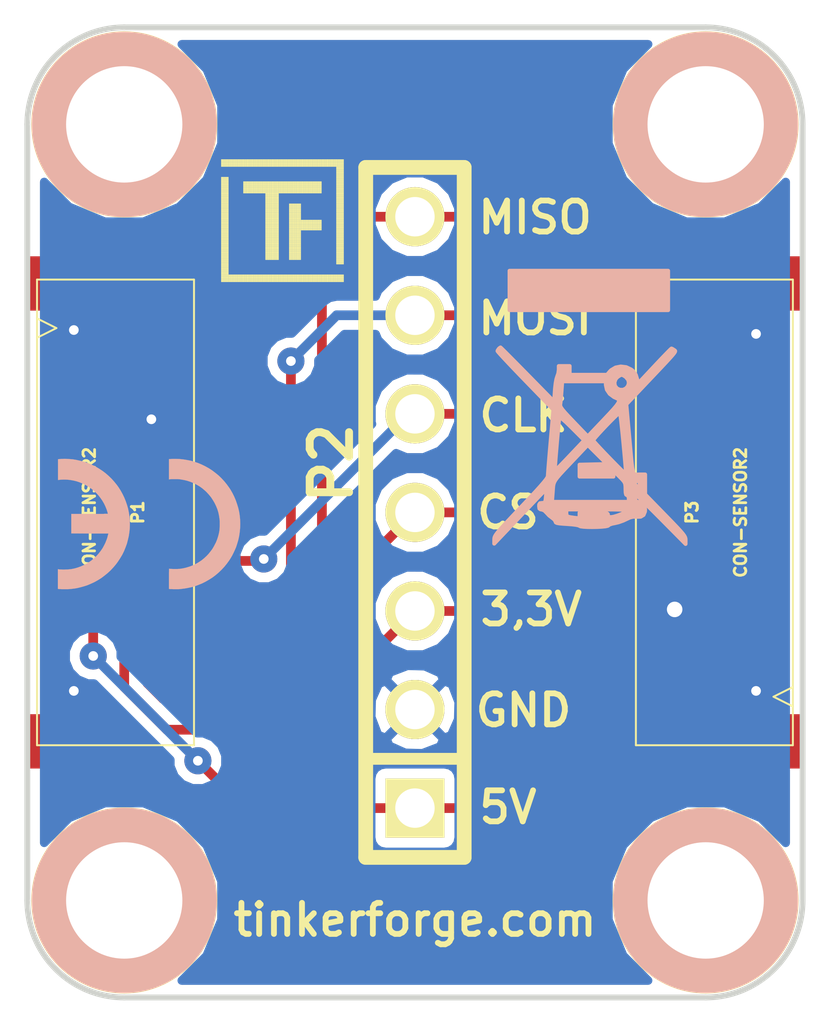
<source format=kicad_pcb>
(kicad_pcb (version 4) (host pcbnew 4.0.2+dfsg1-stable)
  (title_block (title "Breakout Bricklet V2") (date 2017-03-01) (rev 1.0) (company "Tinkerforge GmbH") (comment 1 "Licensed under CERN OHL v.1.1") (comment 2 "Copyright (©) 2017, L.Lauer <lukas.lauer@fh-bielefeld.de>"))
  (layers (0 F.Cu signal) (31 B.Cu signal) (34 B.Paste user) (35 F.Paste user) (36 B.SilkS user) (37 F.SilkS user) (38 B.Mask user) (39 F.Mask user) (44 Edge.Cuts user))
  (net 0 "")
  (net 1 "Net-(P1-Pad1)")
  (net 2 GND)
  (net 3 "Net-(P1-Pad3)")
  (net 4 "Net-(P1-Pad4)")
  (net 5 "Net-(P1-Pad5)")
  (net 6 "Net-(P1-Pad6)")
  (net 7 "Net-(P1-Pad7)")
  (module CON-SENSOR2 (layer F.Cu) (at 126.9 94 270)
    (fp_text reference P1 (at 0 -2.85 270) (layer F.SilkS) (effects (font (size 0.3 0.3) (thickness 0.075))))
    (fp_text value CON-SENSOR2 (at 0 -1.6002 270) (layer F.SilkS) (effects (font (size 0.29972 0.29972) (thickness 0.07112))))
    (pad 1 smd rect (at -3.75 -4.6 270) (size 0.6 1.8) (layers F.Cu F.Paste F.Mask) (net 1 "Net-(P1-Pad1)"))
    (pad 2 smd rect (at -2.5 -4.6 270) (size 0.6 1.8) (layers F.Cu F.Paste F.Mask) (net 2 GND))
    (pad EP smd rect (at -5.9 -1.2 270) (size 1.4 2.4) (layers F.Cu F.Paste F.Mask) (net 2 GND))
    (pad EP smd rect (at 5.9 -1.2 270) (size 1.4 2.4) (layers F.Cu F.Paste F.Mask) (net 2 GND))
    (pad 3 smd rect (at -1.25 -4.6 270) (size 0.6 1.8) (layers F.Cu F.Paste F.Mask) (net 3 "Net-(P1-Pad3)"))
    (pad 4 smd rect (at 0 -4.6 270) (size 0.6 1.8) (layers F.Cu F.Paste F.Mask) (net 4 "Net-(P1-Pad4)"))
    (pad 5 smd rect (at 1.25 -4.6 270) (size 0.6 1.8) (layers F.Cu F.Paste F.Mask) (net 5 "Net-(P1-Pad5)"))
    (pad 6 smd rect (at 2.5 -4.6 270) (size 0.6 1.8) (layers F.Cu F.Paste F.Mask) (net 6 "Net-(P1-Pad6)"))
    (pad 7 smd rect (at 3.75 -4.6 270) (size 0.6 1.8) (layers F.Cu F.Paste F.Mask) (net 7 "Net-(P1-Pad7)"))
  )
  (module PIN_ARRAY-7X1 (layer F.Cu) (at 136.9 94 90)
    (fp_text reference P2 (at 1.27 -2.159 90) (layer F.SilkS) (effects (font (size 1.016 1.016) (thickness 0.2032))))
    (fp_text value CONN_01X07 hide)
    (pad 1 thru_hole rect (at -7.62 0 90) (size 1.524 1.524) (drill 1.016) (layers *.Cu *.Mask F.SilkS) (net 1 "Net-(P1-Pad1)"))
    (pad 2 thru_hole circle (at -5.08 0 90) (size 1.524 1.524) (drill 1.016) (layers *.Cu *.Mask F.SilkS) (net 2 GND))
    (pad 3 thru_hole circle (at -2.54 0 90) (size 1.524 1.524) (drill 1.016) (layers *.Cu *.Mask F.SilkS) (net 3 "Net-(P1-Pad3)"))
    (pad 4 thru_hole circle (at 0 0 90) (size 1.524 1.524) (drill 1.016) (layers *.Cu *.Mask F.SilkS) (net 4 "Net-(P1-Pad4)"))
    (pad 5 thru_hole circle (at 2.54 0 90) (size 1.524 1.524) (drill 1.016) (layers *.Cu *.Mask F.SilkS) (net 5 "Net-(P1-Pad5)"))
    (pad 6 thru_hole circle (at 5.08 0 90) (size 1.524 1.524) (drill 1.016) (layers *.Cu *.Mask F.SilkS) (net 6 "Net-(P1-Pad6)"))
    (pad 7 thru_hole circle (at 7.62 0 90) (size 1.524 1.524) (drill 1.016) (layers *.Cu *.Mask F.SilkS) (net 7 "Net-(P1-Pad7)"))
  )
  (module CON-SENSOR2 (layer F.Cu) (at 146.9 94 90)
    (fp_text reference P3 (at 0 -2.85 90) (layer F.SilkS) (effects (font (size 0.3 0.3) (thickness 0.075))))
    (fp_text value CON-SENSOR2 (at 0 -1.6002 90) (layer F.SilkS) (effects (font (size 0.29972 0.29972) (thickness 0.07112))))
    (pad 1 smd rect (at -3.75 -4.6 90) (size 0.6 1.8) (layers F.Cu F.Paste F.Mask) (net 1 "Net-(P1-Pad1)"))
    (pad 2 smd rect (at -2.5 -4.6 90) (size 0.6 1.8) (layers F.Cu F.Paste F.Mask) (net 2 GND))
    (pad EP smd rect (at -5.9 -1.2 90) (size 1.4 2.4) (layers F.Cu F.Paste F.Mask) (net 2 GND))
    (pad EP smd rect (at 5.9 -1.2 90) (size 1.4 2.4) (layers F.Cu F.Paste F.Mask) (net 2 GND))
    (pad 3 smd rect (at -1.25 -4.6 90) (size 0.6 1.8) (layers F.Cu F.Paste F.Mask) (net 3 "Net-(P1-Pad3)"))
    (pad 4 smd rect (at 0 -4.6 90) (size 0.6 1.8) (layers F.Cu F.Paste F.Mask) (net 4 "Net-(P1-Pad4)"))
    (pad 5 smd rect (at 1.25 -4.6 90) (size 0.6 1.8) (layers F.Cu F.Paste F.Mask) (net 5 "Net-(P1-Pad5)"))
    (pad 6 smd rect (at 2.5 -4.6 90) (size 0.6 1.8) (layers F.Cu F.Paste F.Mask) (net 6 "Net-(P1-Pad6)"))
    (pad 7 smd rect (at 3.75 -4.6 90) (size 0.6 1.8) (layers F.Cu F.Paste F.Mask) (net 7 "Net-(P1-Pad7)"))
  )
  (module DRILL_NP (layer F.Cu) (at 129.4 84)
    (fp_text reference U1 hide)
    (fp_text value DRILL hide)
    (pad "" np_thru_hole circle (at 0 0) (size 2.99974 2.99974) (drill 2.99974) (layers *.Cu *.Mask F.SilkS) (clearance 0.89916))
  )
  (module DRILL_NP (layer F.Cu) (at 144.4 84)
    (fp_text reference U2 hide)
    (fp_text value DRILL hide)
    (pad "" np_thru_hole circle (at 0 0) (size 2.99974 2.99974) (drill 2.99974) (layers *.Cu *.Mask F.SilkS) (clearance 0.89916))
  )
  (module DRILL_NP (layer F.Cu) (at 129.4 104)
    (fp_text reference U3 hide)
    (fp_text value DRILL hide)
    (pad "" np_thru_hole circle (at 0 0) (size 2.99974 2.99974) (drill 2.99974) (layers *.Cu *.Mask F.SilkS) (clearance 0.89916))
  )
  (module DRILL_NP (layer F.Cu) (at 144.4 104)
    (fp_text reference U4 hide)
    (fp_text value DRILL hide)
    (pad "" np_thru_hole circle (at 0 0) (size 2.99974 2.99974) (drill 2.99974) (layers *.Cu *.Mask F.SilkS) (clearance 0.89916))
  )
  (module kicad-libraries:WEEE_7mm (layer B.Cu) (at 141.4 91.3)
    (fp_text reference G*** hide)
    (fp_text value LOGO hide)
  )
  (module kicad-libraries:CE_5mm (layer B.Cu) (at 130 94.3 180)
    (fp_text reference VAL hide)
    (fp_text value CE_5mm hide)
  )
  (module kicad-libraries:Logo_31x31 (layer F.Cu) (at 131.9 84.9)
    (fp_text reference G*** hide)
    (fp_text value Logo_31x31 hide)
  )
  (module kicad-libraries:Fiducial_Mark (layer F.Cu) (at 133.9 102.9)
    (fp_text reference Fiducial_Mark hide)
    (fp_text value VAL** hide)
    (pad 1 smd circle (at 0 0) (size 1.00076 1.00076) (layers F.Cu F.Paste F.Mask) (clearance 0.65024))
  )
  (module kicad-libraries:Fiducial_Mark (layer F.Cu) (at 139.5 83.5)
    (fp_text reference Fiducial_Mark hide)
    (fp_text value VAL** hide)
    (pad 1 smd circle (at 0 0) (size 1.00076 1.00076) (layers F.Cu F.Paste F.Mask) (clearance 0.65024))
  )
  (gr_text MISO (at 140 86.4) (layer F.SilkS) (effects (font (size 0.8 0.8))))
  (gr_text MOSI (at 140 89) (layer F.SilkS) (effects (font (size 0.8 0.8))))
  (gr_text CLK (at 139.7 91.5) (layer F.SilkS) (effects (font (size 0.8 0.8))))
  (gr_text CS (at 139.3 94) (layer F.SilkS) (effects (font (size 0.8 0.8))))
  (gr_text 3,3V (at 139.9 96.5) (layer F.SilkS) (effects (font (size 0.8 0.8))))
  (gr_text 5V (at 139.3 101.6) (layer F.SilkS) (effects (font (size 0.8 0.8))))
  (gr_text GND (at 139.7 99.1) (layer F.SilkS) (effects (font (size 0.8 0.8))))
  (gr_line (start 146.9 104) (end 146.9 84) (angle 90) (layer Edge.Cuts) (width 0.15))
  (gr_line (start 129.4 106.5) (end 144.4 106.5) (angle 90) (layer Edge.Cuts) (width 0.15))
  (gr_line (start 126.9 84) (end 126.9 104) (angle 90) (layer Edge.Cuts) (width 0.15))
  (gr_line (start 144.4 81.5) (end 129.4 81.5) (angle 90) (layer Edge.Cuts) (width 0.15))
  (gr_arc (start 144.4 84) (end 144.4 81.5) (angle 90) (layer Edge.Cuts) (width 0.15))
  (gr_arc (start 144.4 104) (end 146.9 104) (angle 90) (layer Edge.Cuts) (width 0.15))
  (gr_arc (start 129.4 104) (end 129.4 106.5) (angle 90) (layer Edge.Cuts) (width 0.15))
  (gr_arc (start 129.4 84) (end 126.9 84) (angle 90) (layer Edge.Cuts) (width 0.15))
  (gr_text tinkerforge.com (at 136.9 104.5) (layer F.SilkS) (effects (font (size 0.8 0.8))))
  (segment (start 136.9 101.62) (end 139.38 101.62) (width 0.25) (layer F.Cu) (net 1))
  (segment (start 142.3 98.7) (end 142.3 97.75) (width 0.25) (layer F.Cu) (net 1))
  (segment (start 139.38 101.62) (end 142.3 98.7) (width 0.25) (layer F.Cu) (net 1))
  (segment (start 131.5 90.25) (end 130.15 90.25) (width 0.25) (layer F.Cu) (net 1))
  (segment (start 132.52 101.62) (end 136.9 101.62) (width 0.25) (layer F.Cu) (net 1))
  (segment (start 131.3 100.4) (end 132.52 101.62) (width 0.25) (layer F.Cu) (net 1))
  (via (at 131.3 100.4) (size 0.7) (drill 0.25) (layers F.Cu B.Cu) (net 1))
  (segment (start 128.6 97.7) (end 131.3 100.4) (width 0.25) (layer B.Cu) (net 1))
  (via (at 128.6 97.7) (size 0.7) (drill 0.25) (layers F.Cu B.Cu) (net 1))
  (segment (start 128.6 91.8) (end 128.6 97.7) (width 0.25) (layer F.Cu) (net 1))
  (segment (start 130.15 90.25) (end 128.6 91.8) (width 0.25) (layer F.Cu) (net 1))
  (segment (start 131.8 90.25) (end 131.25 90.25) (width 0.2) (layer F.Cu) (net 1))
  (segment (start 142.3 96.5) (end 143.6 96.5) (width 0.25) (layer F.Cu) (net 2))
  (via (at 143.6 96.5) (size 0.6) (drill 0.4) (layers F.Cu B.Cu) (net 2))
  (segment (start 145.7 88.1) (end 145.7 89.4) (width 0.7) (layer F.Cu) (net 2))
  (via (at 145.7 89.4) (size 0.7) (drill 0.25) (layers F.Cu B.Cu) (net 2))
  (segment (start 145.7 99.9) (end 145.7 98.6) (width 0.7) (layer F.Cu) (net 2))
  (via (at 145.7 98.6) (size 0.7) (drill 0.25) (layers F.Cu B.Cu) (net 2))
  (segment (start 128.1 99.9) (end 128.1 98.6) (width 0.7) (layer F.Cu) (net 2))
  (via (at 128.1 98.6) (size 0.7) (drill 0.25) (layers F.Cu B.Cu) (net 2))
  (segment (start 128.1 88.1) (end 128.1 89.3) (width 0.7) (layer F.Cu) (net 2))
  (via (at 128.1 89.3) (size 0.7) (drill 0.25) (layers F.Cu B.Cu) (net 2))
  (segment (start 131.5 91.5) (end 130.2 91.5) (width 0.2) (layer F.Cu) (net 2))
  (via (at 130.1 91.6) (size 0.7) (drill 0.25) (layers F.Cu B.Cu) (net 2))
  (segment (start 130.2 91.5) (end 130.1 91.6) (width 0.2) (layer F.Cu) (net 2))
  (segment (start 136.9 96.54) (end 139.46 96.54) (width 0.25) (layer F.Cu) (net 3))
  (segment (start 140.75 95.25) (end 142.3 95.25) (width 0.25) (layer F.Cu) (net 3))
  (segment (start 139.46 96.54) (end 140.75 95.25) (width 0.25) (layer F.Cu) (net 3))
  (segment (start 131.5 92.75) (end 129.85 92.75) (width 0.25) (layer F.Cu) (net 3))
  (segment (start 133.84 99.6) (end 136.9 96.54) (width 0.25) (layer F.Cu) (net 3))
  (segment (start 130.5 99.6) (end 133.84 99.6) (width 0.25) (layer F.Cu) (net 3))
  (segment (start 129.4 98.5) (end 130.5 99.6) (width 0.25) (layer F.Cu) (net 3))
  (segment (start 129.4 93.2) (end 129.4 98.5) (width 0.25) (layer F.Cu) (net 3))
  (segment (start 129.85 92.75) (end 129.4 93.2) (width 0.25) (layer F.Cu) (net 3))
  (segment (start 131.8 92.75) (end 130.75 92.75) (width 0.2) (layer F.Cu) (net 3))
  (segment (start 136.9 94) (end 142.3 94) (width 0.25) (layer F.Cu) (net 4))
  (segment (start 131.5 94) (end 130.3 94) (width 0.25) (layer F.Cu) (net 4))
  (segment (start 135.5 95.4) (end 136.9 94) (width 0.25) (layer F.Cu) (net 4))
  (segment (start 135.5 96.2) (end 135.5 95.4) (width 0.25) (layer F.Cu) (net 4))
  (segment (start 132.9 98.8) (end 135.5 96.2) (width 0.25) (layer F.Cu) (net 4))
  (segment (start 130.4 98.8) (end 132.9 98.8) (width 0.25) (layer F.Cu) (net 4))
  (segment (start 130 98.4) (end 130.4 98.8) (width 0.25) (layer F.Cu) (net 4))
  (segment (start 130 94.3) (end 130 98.4) (width 0.25) (layer F.Cu) (net 4))
  (segment (start 130.3 94) (end 130 94.3) (width 0.25) (layer F.Cu) (net 4))
  (segment (start 136.9 91.46) (end 139.56 91.46) (width 0.25) (layer F.Cu) (net 5))
  (segment (start 140.85 92.75) (end 142.3 92.75) (width 0.25) (layer F.Cu) (net 5))
  (segment (start 139.56 91.46) (end 140.85 92.75) (width 0.25) (layer F.Cu) (net 5))
  (segment (start 131.5 95.25) (end 132.95 95.25) (width 0.25) (layer F.Cu) (net 5))
  (segment (start 133 95.2) (end 136.74 91.46) (width 0.25) (layer B.Cu) (net 5))
  (via (at 133 95.2) (size 0.7) (drill 0.25) (layers F.Cu B.Cu) (net 5))
  (segment (start 132.95 95.25) (end 133 95.2) (width 0.25) (layer F.Cu) (net 5))
  (segment (start 136.74 91.46) (end 136.9 91.46) (width 0.25) (layer B.Cu) (net 5))
  (segment (start 142.29 92.76) (end 142.3 92.75) (width 0.25) (layer F.Cu) (net 5))
  (segment (start 136.9 88.92) (end 138.42 88.92) (width 0.25) (layer F.Cu) (net 6))
  (segment (start 141 91.5) (end 142.3 91.5) (width 0.25) (layer F.Cu) (net 6))
  (segment (start 138.42 88.92) (end 141 91.5) (width 0.25) (layer F.Cu) (net 6))
  (segment (start 131.5 96.5) (end 133 96.5) (width 0.25) (layer F.Cu) (net 6))
  (segment (start 134.88 88.92) (end 136.9 88.92) (width 0.25) (layer B.Cu) (net 6))
  (segment (start 133.7 90.1) (end 134.88 88.92) (width 0.25) (layer B.Cu) (net 6))
  (via (at 133.7 90.1) (size 0.7) (drill 0.25) (layers F.Cu B.Cu) (net 6))
  (segment (start 133.7 95.8) (end 133.7 90.1) (width 0.25) (layer F.Cu) (net 6))
  (segment (start 133 96.5) (end 133.7 95.8) (width 0.25) (layer F.Cu) (net 6))
  (segment (start 136.9 86.38) (end 138.88 86.38) (width 0.25) (layer F.Cu) (net 7))
  (segment (start 142.3 89.8) (end 142.3 90.25) (width 0.25) (layer F.Cu) (net 7))
  (segment (start 138.88 86.38) (end 142.3 89.8) (width 0.25) (layer F.Cu) (net 7))
  (segment (start 131.5 97.75) (end 132.95 97.75) (width 0.25) (layer F.Cu) (net 7))
  (segment (start 135.62 86.38) (end 136.9 86.38) (width 0.25) (layer F.Cu) (net 7))
  (segment (start 134.5 87.5) (end 135.62 86.38) (width 0.25) (layer F.Cu) (net 7))
  (segment (start 134.5 96.2) (end 134.5 87.5) (width 0.25) (layer F.Cu) (net 7))
  (segment (start 132.95 97.75) (end 134.5 96.2) (width 0.25) (layer F.Cu) (net 7))
  (zone (net 2) (net_name GND) (layer B.Cu) (connect_pads (clearance 0.25)) (min_thickness 0.22) (fill yes (arc_segments 16) (thermal_gap 0.25) (thermal_bridge_width 0.25))
    (polygon (pts (xy 146.9 106.5) (xy 126.9 106.5) (xy 126.9 81.5) (xy 146.9 81.5) (xy 146.9 106.5)))
  )
)
</source>
